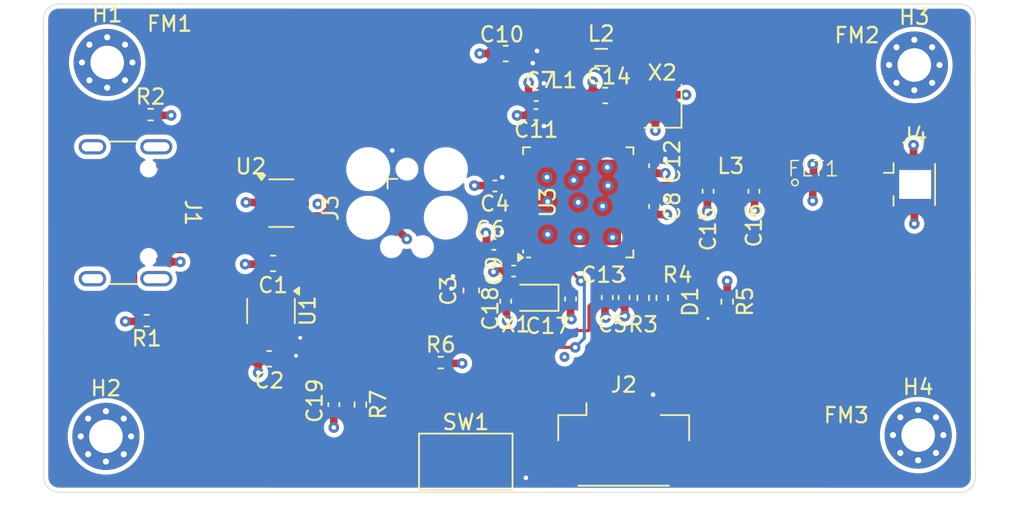
<source format=kicad_pcb>
(kicad_pcb (version 20241229) (generator "pcbnew") (generator_version "9.0")
  (layers (0 "F.Cu" signal) (4 "In1.Cu" signal) (6 "In2.Cu" signal) (2 "B.Cu" signal) (13 "F.Paste" user) (15 "B.Paste" user) (5 "F.SilkS" user "F.Silkscreen") (7 "B.SilkS" user "B.Silkscreen") (1 "F.Mask" user) (3 "B.Mask" user) (25 "Edge.Cuts" user))
  (net 0 "")
  (net 1 "GND")
  (net 2 "+5V")
  (net 3 "+3V3")
  (net 4 "/SWD_NRST")
  (net 5 "/SMPSFB")
  (net 6 "/RF")
  (net 7 "/RF_Match")
  (net 8 "/LSC_OUT")
  (net 9 "/LSC_IN")
  (net 10 "/BOOT0")
  (net 11 "Net-(D1-A)")
  (net 12 "/LED_K")
  (net 13 "/RF_ANT")
  (net 14 "Net-(J1-CC1)")
  (net 16 "Net-(J1-CC2)")
  (net 17 "Net-(J1-D--PadA7)")
  (net 19 "Net-(J1-D+-PadA6)")
  (net 20 "/UART_TXC")
  (net 21 "/UART_RXC")
  (net 22 "/SWO")
  (net 23 "/SWD_DIO")
  (net 24 "/SWD_CLK")
  (net 25 "/SMPSLX")
  (net 26 "/SMPSLXL")
  (net 27 "/UART_TX")
  (net 28 "/UART_RX")
  (net 29 "Net-(R7-Pad2)")
  (net 31 "/USB_D-")
  (net 32 "/USB_D+")
  (net 40 "/HSC_OUT")
  (net 42 "/HSC_IN")
  (footprint "Fiducial:Fiducial_1mm_Mask2mm" (layer "F.Cu") (at 88.25 61)
    (property "Reference" "FM2")
    (property "Value" "Fiducial")
  )
  (footprint "Resistor_SMD:R_0402_1005Metric" (layer "F.Cu") (at 75.5 76.26 90)
    (property "Reference" "R4")
    (property "Value" "220R")
  )
  (footprint "Capacitor_SMD:C_0402_1005Metric" (layer "F.Cu") (at 67.25 63 180)
    (property "Reference" "C7")
    (property "Value" "100n")
  )
  (footprint "Package_TO_SOT_SMD:TSOT-23-5" (layer "F.Cu") (at 49.8875 77.1125 -90)
    (property "Reference" "U1")
    (property "Value" "MIC5365-3.3YD5")
  )
  (footprint "Crystal:Crystal_SMD_2012-2Pin_2.0x1.2mm" (layer "F.Cu") (at 67.45 76.25 180)
    (property "Reference" "X1")
    (property "Value" "32kHz768")
  )
  (footprint "LED_SMD:LED_0402_1005Metric" (layer "F.Cu") (at 78.5 76.515 90)
    (property "Reference" "D1")
    (property "Value" "LED")
  )
  (footprint "Resistor_SMD:R_0402_1005Metric" (layer "F.Cu") (at 55.74 83.25 -90)
    (property "Reference" "R7")
    (property "Value" "220R")
  )
  (footprint "Package_DFN_QFN:QFN-48-1EP_7x7mm_P0.5mm_EP5.6x5.6mm" (layer "F.Cu") (at 70 70 90)
    (property "Reference" "U3")
    (property "Value" "STM32WB55CEU6")
  )
  (footprint "Capacitor_SMD:C_0402_1005Metric" (layer "F.Cu") (at 75 67.6 -90)
    (property "Reference" "C12")
    (property "Value" "100n")
  )
  (footprint "Capacitor_SMD:C_0402_1005Metric" (layer "F.Cu") (at 54 83.25 -90)
    (property "Reference" "C19")
    (property "Value" "100n")
  )
  (footprint "Resistor_SMD:R_0402_1005Metric" (layer "F.Cu") (at 42.01 64.25)
    (property "Reference" "R2")
    (property "Value" "5k1")
  )
  (footprint "Capacitor_SMD:C_0603_1608Metric" (layer "F.Cu") (at 71.775 63 180)
    (property "Reference" "C14")
    (property "Value" "4u7")
  )
  (footprint "Capacitor_SMD:C_0603_1608Metric" (layer "F.Cu") (at 49.775 80.25 180)
    (property "Reference" "C2")
    (property "Value" "4u7")
  )
  (footprint "Capacitor_SMD:C_0603_1608Metric" (layer "F.Cu") (at 50.025 74 180)
    (property "Reference" "C1")
    (property "Value" "4u7")
  )
  (footprint "MountingHole:MountingHole_2.2mm_M2_Pad_Via" (layer "F.Cu") (at 39.166726 60.833274)
    (property "Reference" "H1")
    (property "Value" "MountingHole_Pad")
  )
  (footprint "STM32_RF_LowPassFilterFootPrint:DLF162500LT-5028A1" (layer "F.Cu") (at 85.3875 68.8)
    (property "Reference" "FLT1")
    (property "Value" "DLF162500LT-5028A1")
  )
  (footprint "Fiducial:Fiducial_1mm_Mask2mm" (layer "F.Cu") (at 43.25 60.25)
    (property "Reference" "FM1")
    (property "Value" "Fiducial")
  )
  (footprint "Button_Switch_SMD:SW_SPST_CK_RS282G05A3" (layer "F.Cu") (at 62.64 87)
    (property "Reference" "SW1")
    (property "Value" "SW_Push")
  )
  (footprint "Fiducial:Fiducial_1mm_Mask2mm" (layer "F.Cu") (at 87.55 85.9)
    (property "Reference" "FM3")
    (property "Value" "Fiducial")
  )
  (footprint "Capacitor_SMD:C_0402_1005Metric" (layer "F.Cu") (at 78.5 69.27 -90)
    (property "Reference" "C15")
    (property "Value" "0p8")
  )
  (footprint "Resistor_SMD:R_0402_1005Metric" (layer "F.Cu") (at 74.25 76.26 90)
    (property "Reference" "R3")
    (property "Value" "220R")
  )
  (footprint "Capacitor_SMD:C_0402_1005Metric" (layer "F.Cu") (at 64.48 72.75 180)
    (property "Reference" "C6")
    (property "Value" "100n")
  )
  (footprint "Inductor_SMD:L_0402_1005Metric" (layer "F.Cu") (at 79.985 68.79)
    (property "Reference" "L3")
    (property "Value" "2n7")
  )
  (footprint "Inductor_SMD:L_0402_1005Metric" (layer "F.Cu") (at 68.8 63.485 90)
    (property "Reference" "L1")
    (property "Value" "10n")
  )
  (footprint "Connector_USB:USB_C_Receptacle_GCT_USB4105-xx-A_16P_TopMnt_Horizontal" (layer "F.Cu") (at 39.275 70.68 -90)
    (property "Reference" "J1")
    (property "Value" "USB_C_Receptacle_USB2.0_16P")
  )
  (footprint "Inductor_SMD:L_0805_2012Metric" (layer "F.Cu") (at 71.5 60.5)
    (property "Reference" "L2")
    (property "Value" "10u")
  )
  (footprint "Crystal:Crystal_SMD_2016-4Pin_2.0x1.6mm" (layer "F.Cu") (at 75.55 63.7 90)
    (property "Reference" "X2")
    (property "Value" "32MHz")
  )
  (footprint "Resistor_SMD:R_0402_1005Metric" (layer "F.Cu") (at 61 80.5)
    (property "Reference" "R6")
    (property "Value" "5k1")
  )
  (footprint "Capacitor_SMD:C_0402_1005Metric" (layer "F.Cu") (at 67.23 64.25 180)
    (property "Reference" "C11")
    (property "Value" "100n")
  )
  (footprint "Capacitor_SMD:C_0402_1005Metric" (layer "F.Cu") (at 65.77 74.5 180)
    (property "Reference" "C9")
    (property "Value" "100n")
  )
  (footprint "Resistor_SMD:R_0402_1005Metric" (layer "F.Cu") (at 79.75 76.5 -90)
    (property "Reference" "R5")
    (property "Value" "220R")
  )
  (footprint "Connector_Coaxial:U.FL_Hirose_U.FL-R-SMT-1_Vertical" (layer "F.Cu") (at 91.525 68.825)
    (property "Reference" "J4")
    (property "Value" "Conn_Coaxial")
  )
  (footprint "MountingHole:MountingHole_2.2mm_M2_Pad_Via" (layer "F.Cu") (at 92 61)
    (property "Reference" "H3")
    (property "Value" "MountingHole_Pad")
  )
  (footprint "Package_TO_SOT_SMD:SOT-23-6" (layer "F.Cu") (at 50.5675 70.05)
    (property "Reference" "U2")
    (property "Value" "USBLC6-2SC6")
  )
  (footprint "Resistor_SMD:R_0402_1005Metric" (layer "F.Cu") (at 41.75 77.75 180)
    (property "Reference" "R1")
    (property "Value" "5k1")
  )
  (footprint "Capacitor_SMD:C_0603_1608Metric" (layer "F.Cu") (at 65.25 60.25 180)
    (property "Reference" "C10")
    (property "Value" "4u7")
  )
  (footprint "Capacitor_SMD:C_0402_1005Metric" (layer "F.Cu") (at 65.25 76.48 -90)
    (property "Reference" "C18")
    (property "Value" "10p")
  )
  (footprint "Capacitor_SMD:C_0402_1005Metric" (layer "F.Cu") (at 75 70.27 -90)
    (property "Reference" "C8")
    (property "Value" "100n")
  )
  (footprint "Capacitor_SMD:C_0402_1005Metric" (layer "F.Cu") (at 69.5 76.33 -90)
    (property "Reference" "C17")
    (property "Value" "10p")
  )
  (footprint "Capacitor_SMD:C_0402_1005Metric" (layer "F.Cu") (at 73 76.23 -90)
    (property "Reference" "C5")
    (property "Value" "100n")
  )
  (footprint "Connector:Tag-Connect_TC2030-IDC-FP_2x03_P1.27mm_Vertical" (layer "F.Cu") (at 58.79 70.365 -90)
    (property "Reference" "J3")
    (property "Value" "Conn_ARM_SWD_TagConnect_TC2030")
  )
  (footprint "MountingHole:MountingHole_2.2mm_M2_Pad_Via" (layer "F.Cu") (at 39.083274 85.333274)
    (property "Reference" "H2")
    (property "Value" "MountingHole_Pad")
  )
  (footprint "Capacitor_SMD:C_0603_1608Metric" (layer "F.Cu") (at 63 75.775 -90)
    (property "Reference" "C3")
    (property "Value" "4u7")
  )
  (footprint "Connector_Molex:Molex_CLIK-Mate_502386-0470_1x04-1MP_P1.25mm_Horizontal" (layer "F.Cu") (at 72.975 85.85)
    (property "Reference" "J2")
    (property "Value" "Conn_01x04")
  )
  (footprint "MountingHole:MountingHole_2.2mm_M2_Pad_Via" (layer "F.Cu") (at 92.25 85.25)
    (property "Reference" "H4")
    (property "Value" "MountingHole_Pad")
  )
  (footprint "Capacitor_SMD:C_0402_1005Metric" (layer "F.Cu") (at 64.545 68.925 180)
    (property "Reference" "C4")
    (property "Value" "100n")
  )
  (footprint "Capacitor_SMD:C_0402_1005Metric" (layer "F.Cu") (at 71.9 76.23 -90)
    (property "Reference" "C13")
    (property "Value" "100n")
  )
  (footprint "Capacitor_SMD:C_0402_1005Metric" (layer "F.Cu") (at 81.5 69.27 -90)
    (property "Reference" "C16")
    (property "Value" "0p3")
  )
  (gr_line (start 41 57) (end 94.9929 57.007107) (stroke (width 0.05)) (layer "Edge.Cuts"))
  (gr_line (start 95.1 89) (end 36.007107 88.992893) (stroke (width 0.05)) (layer "Edge.Cuts"))
  (gr_arc (start 36.007107 88.992893) (mid 35.3 88.7) (end 35.007107 87.992893) (stroke (width 0.05)) (layer "Edge.Cuts"))
  (gr_arc (start 95.999974 87.989909) (mid 95.745368 88.669399) (end 95.100152 89.001404) (stroke (width 0.05)) (layer "Edge.Cuts"))
  (gr_line (start 35.007107 87.992893) (end 35 58) (stroke (width 0.05)) (layer "Edge.Cuts"))
  (gr_arc (start 94.992893 57.007107) (mid 95.7 57.3) (end 95.992893 58.007107) (stroke (width 0.05)) (layer "Edge.Cuts"))
  (gr_arc (start 35 58) (mid 35.292893 57.292893) (end 36 57) (stroke (width 0.05)) (layer "Edge.Cuts"))
  (gr_line (start 95.992893 58.0071) (end 95.999974 87.989909) (stroke (width 0.05)) (layer "Edge.Cuts"))
  (gr_line (start 36 57) (end 41 57) (stroke (width 0.05)) (layer "Edge.Cuts"))
  (segment (start 64 72.05) (end 63.95 72) (width 0.5) (layer "F.Cu") (net 1))
  (segment (start 76.35 62.95) (end 77.05 62.95) (width 0.5) (layer "F.Cu") (net 1))
  (segment (start 85.35 69.2) (end 85.35 69.9) (width 0.5) (layer "F.Cu") (net 1))
  (segment (start 66.7 64.3) (end 66 64.3) (width 0.5) (layer "F.Cu") (net 1))
  (segment (start 81.55 69.85) (end 81.55 70.55) (width 0.5) (layer "F.Cu") (net 1))
  (segment (start 61.7 80.55) (end 62.4 80.55) (width 0.5) (layer "F.Cu") (net 1))
  (segment (start 92 70.7) (end 92 71.4) (width 0.5) (layer "F.Cu") (net 1))
  (segment (start 42.65 64.3) (end 43.35 64.3) (width 0.5) (layer "F.Cu") (net 1))
  (segment (start 49.25 74) (end 49.8875 74.6375) (width 0.2) (layer "F.Cu") (net 1))
  (segment (start 78.45 69.85) (end 78.45 70.55) (width 0.5) (layer "F.Cu") (net 1))
  (segment (start 79.75 75.85) (end 79.75 75.15) (width 0.5) (layer "F.Cu") (net 1))
  (segment (start 64 72.75) (end 64 72.05) (width 0.5) (layer "F.Cu") (net 1))
  (segment (start 66.75 62.85) (end 66.75 62.15) (width 0.5) (layer "F.Cu") (net 1))
  (segment (start 64.25 60.25) (end 63.55 60.25) (width 0.5) (layer "F.Cu") (net 1))
  (segment (start 65.3 77) (end 65.3 77.7) (width 0.5) (layer "F.Cu") (net 1))
  (segment (start 58.25 71.85) (end 58.25 71.875) (width 0.5) (layer "F.Cu") (net 1))
  (segment (start 75 68.08) (end 74.83 68.25) (width 0.2) (layer "F.Cu") (net 1))
  (segment (start 75.1 70.8) (end 75.8 70.8) (width 0.5) (layer "F.Cu") (net 1))
  (segment (start 73.05 76.75) (end 73.05 77.45) (width 0.5) (layer "F.Cu") (net 1))
  (segment (start 54 84.05) (end 54 84.75) (width 0.5) (layer "F.Cu") (net 1))
  (segment (start 91.95 66.95) (end 91.95 66.25) (width 0.5) (layer "F.Cu") (net 1))
  (segment (start 49.8875 74.6375) (end 49.8875 75.975) (width 0.2) (layer "F.Cu") (net 1))
  (segment (start 58.25 71.875) (end 58.775 72.4) (width 0.5) (layer "F.Cu") (net 1))
  (segment (start 75.05 64.6) (end 75.05 65.3) (width 0.5) (layer "F.Cu") (net 1))
  (segment (start 41.05 77.8) (end 40.35 77.8) (width 0.5) (layer "F.Cu") (net 1))
  (segment (start 85.4 68.35) (end 85.4 67.65) (width 0.5) (layer "F.Cu") (net 1))
  (segment (start 48.9 74.05) (end 48.2 74.05) (width 0.5) (layer "F.Cu") (net 1))
  (segment (start 65.2 74.5) (end 64.5 74.5) (width 0.5) (layer "F.Cu") (net 1))
  (segment (start 74.83 68.25) (end 73.4375 68.25) (width 0.2) (layer "F.Cu") (net 1))
  (segment (start 48.95 70) (end 48.25 70) (width 0.5) (layer "F.Cu") (net 1))
  (segment (start 70.95 62.8) (end 70.95 62.1) (width 0.5) (layer "F.Cu") (net 1))
  (segment (start 75 68.1) (end 75.7 68.1) (width 0.5) (layer "F.Cu") (net 1))
  (segment (start 63.9 68.9) (end 63.2 68.9) (width 0.5) (layer "F.Cu") (net 1))
  (segment (start 69.5 76.9) (end 69.5 77.6) (width 0.5) (layer "F.Cu") (net 1))
  (segment (start 71.75 76.8) (end 71.75 77.5) (width 0.5) (layer "F.Cu") (net 1))
  (segment (start 49.05 80.45) (end 49.05 81.15) (width 0.5) (layer "F.Cu") (net 1))
  (segment (start 69.25 69.25) (end 70 70) (width 0.25) (layer "F.Cu") (net 1))
  (segment (start 69.25 66.5625) (end 69.25 69.25) (width 0.25) (layer "F.Cu") (net 1))
  (segment (start 43.25 73.9) (end 43.95 73.9) (width 0.5) (layer "F.Cu") (net 1))
  (via (at 70 70) (size 0.7) (drill 0.3) (layers "F.Cu" "B.Cu") (net 1))
  (via (at 85.35 69.9) (size 0.7) (drill 0.3) (layers "F.Cu" "B.Cu") (net 1))
  (via (at 48.2 74.05) (size 0.7) (drill 0.3) (layers "F.Cu" "B.Cu") (net 1))
  (via (at 68 69.95) (size 0.7) (drill 0.3) (layers "F.Cu" "B.Cu") (net 1))
  (via (at 67.95 68.35) (size 0.7) (drill 0.3) (layers "F.Cu" "B.Cu") (net 1))
  (via (at 69.099998 80.125) (size 0.65) (drill 0.25) (layers "F.Cu" "B.Cu") (net 1))
  (via (at 63.2 68.9) (size 0.7) (drill 0.3) (layers "F.Cu" "B.Cu") (net 1))
  (via (at 43.35 64.3) (size 0.7) (drill 0.3) (layers "F.Cu" "B.Cu") (net 1))
  (via (at 91.95 66.25) (size 0.7) (drill 0.3) (layers "F.Cu" "B.Cu") (net 1))
  (via (at 77.05 62.95) (size 0.7) (drill 0.3) (layers "F.Cu" "B.Cu") (net 1))
  (via (at 40.35 77.8) (size 0.7) (drill 0.3) (layers "F.Cu" "B.Cu") (net 1))
  (via (at 66.75 62.15) (size 0.7) (drill 0.3) (layers "F.Cu" "B.Cu") (net 1))
  (via (at 71.9 67.7) (size 0.7) (drill 0.3) (layers "F.Cu" "B.Cu") (net 1))
  (via (at 75.8 70.8) (size 0.7) (drill 0.3) (layers "F.Cu" "B.Cu") (net 1))
  (via (at 85.35 67.5) (size 0.7) (drill 0.3) (layers "F.Cu" "B.Cu") (net 1))
  (via (at 69.7 68.55) (size 0.7) (drill 0.3) (layers "F.Cu" "B.Cu") (net 1))
  (via (at 70 70) (size 0.7) (drill 0.3) (layers "F.Cu" "B.Cu") (net 1))
  (via (at 43.95 73.9) (size 0.7) (drill 0.3) (layers "F.Cu" "B.Cu") (net 1))
  (via (at 79.75 75.15) (size 0.7) (drill 0.3) (layers "F.Cu" "B.Cu") (net 1))
  (via (at 70.15 67.75) (size 0.7) (drill 0.3) (layers "F.Cu" "B.Cu") (net 1))
  (via (at 48.25 70) (size 0.7) (drill 0.3) (layers "F.Cu" "B.Cu") (net 1))
  (via (at 71.8 77.55) (size 0.7) (drill 0.3) (layers "F.Cu" "B.Cu") (net 1))
  (via (at 63.95 72) (size 0.7) (drill 0.3) (layers "F.Cu" "B.Cu") (net 1))
  (via (at 81.55 70.55) (size 0.7) (drill 0.3) (layers "F.Cu" "B.Cu") (net 1))
  (via (at 65.35 77.75) (size 0.7) (drill 0.3) (layers "F.Cu" "B.Cu") (net 1))
  (via (at 69.55 77.65) (size 0.7) (drill 0.3) (layers "F.Cu" "B.Cu") (net 1))
  (via (at 70.1 72.3) (size 0.7) (drill 0.3) (layers "F.Cu" "B.Cu") (net 1))
  (via (at 64.45 74.55) (size 0.7) (drill 0.3) (layers "F.Cu" "B.Cu") (net 1))
  (via (at 68 72.1) (size 0.7) (drill 0.3) (layers "F.Cu" "B.Cu") (net 1))
  (via (at 75.05 65.3) (size 0.7) (drill 0.3) (layers "F.Cu" "B.Cu") (net 1))
  (via (at 75.7 68.1) (size 0.7) (drill 0.3) (layers "F.Cu" "B.Cu") (net 1))
  (via (at 54 84.75) (size 0.7) (drill 0.3) (layers "F.Cu" "B.Cu") (net 1))
  (via (at 72.25 72.3) (size 0.7) (drill 0.3) (layers "F.Cu" "B.Cu") (net 1))
  (via (at 58.775 72.4) (size 0.7) (drill 0.3) (layers "F.Cu" "B.Cu") (net 1))
  (via (at 70.95 62.1) (size 0.7) (drill 0.3) (layers "F.Cu" "B.Cu") (net 1))
  (via (at 71.95 68.9) (size 0.7) (drill 0.3) (layers "F.Cu" "B.Cu") (net 1))
  (via (at 49.05 81.15) (size 0.7) (drill 0.3) (layers "F.Cu" "B.Cu") (net 1))
  (via (at 73.05 77.45) (size 0.7) (drill 0.3) (layers "F.Cu" "B.Cu") (net 1))
  (via (at 63.55 60.25) (size 0.7) (drill 0.3) (layers "F.Cu" "B.Cu") (net 1))
  (via (at 78.45 70.55) (size 0.7) (drill 0.3) (layers "F.Cu" "B.Cu") (net 1))
  (via (at 92 71.4) (size 0.7) (drill 0.3) (layers "F.Cu" "B.Cu") (net 1))
  (via (at 62.4 80.55) (size 0.7) (drill 0.3) (layers "F.Cu" "B.Cu") (net 1))
  (via (at 71.6 70.25) (size 0.7) (drill 0.3) (layers "F.Cu" "B.Cu") (net 1))
  (via (at 66 64.3) (size 0.7) (drill 0.3) (layers "F.Cu" "B.Cu") (net 1))
  (segment (start 49.8466 68) (end 49 68) (width 0.5) (layer "F.Cu") (net 2))
  (segment (start 50.8375 76.3375) (end 50.8375 75.975) (width 0.2) (layer "F.Cu") (net 2))
  (segment (start 51.705 70.05) (end 51.042501 70.05) (width 0.5) (layer "F.Cu") (net 2))
  (segment (start 48.72 68.28) (end 42.955 68.28) (width 0.5) (layer "F.Cu") (net 2))
  (segment (start 48.9375 76.637499) (end 49.325001 77.025) (width 0.2) (layer "F.Cu") (net 2))
  (segment (start 50.5915 68.7449) (end 49.8466 68) (width 0.5) (layer "F.Cu") (net 2))
  (segment (start 42.955 73.08) (end 44.82 73.08) (width 0.5) (layer "F.Cu") (net 2))
  (segment (start 50.8 72.9) (end 50.8 74) (width 0.5) (layer "F.Cu") (net 2))
  (segment (start 50.5915 72.5085) (end 50.4 72.7) (width 0.5) (layer "F.Cu") (net 2))
  (segment (start 50.6 72.7) (end 50.8 72.9) (width 0.5) (layer "F.Cu") (net 2))
  (segment (start 50.8 74) (end 50.8 75.9375) (width 0.5) (layer "F.Cu") (net 2))
  (segment (start 49.325001 77.025) (end 50.15 77.025) (width 0.2) (layer "F.Cu") (net 2))
  (segment (start 45.2 72.7) (end 50.4 72.7) (width 0.5) (layer "F.Cu") (net 2))
  (segment (start 51.042501 70.05) (end 50.5915 70.501001) (width 0.5) (layer "F.Cu") (net 2))
  (segment (start 44.82 73.08) (end 45.2 72.7) (width 0.5) (layer "F.Cu") (net 2))
  (segment (start 49 68) (end 48.72 68.28) (width 0.5) (layer "F.Cu") (net 2))
  (segment (start 48.9375 75.975) (end 48.9375 76.637499) (width 0.2) (layer "F.Cu") (net 2))
  (segment (start 50.5915 70.501001) (end 50.5915 72.5085) (width 0.5) (layer "F.Cu") (net 2))
  (segment (start 50.5915 70.501001) (end 50.5915 68.7449) (width 0.5) (layer "F.Cu") (net 2))
  (segment (start 50.4 72.7) (end 50.6 72.7) (width 0.5) (layer "F.Cu") (net 2))
  (segment (start 50.15 77.025) (end 50.8375 76.3375) (width 0.2) (layer "F.Cu") (net 2))
  (segment (start 50.8 75.9375) (end 50.8375 75.975) (width 0.5) (layer "F.Cu") (net 2))
  (via (at 52.95 70.1) (size 0.7) (drill 0.3) (layers "F.Cu" "B.Cu") (net 2))
  (segment (start 67.25 74.4) (end 67.25 73.4375) (width 0.2) (layer "F.Cu") (net 3))
  (segment (start 68.25 66.5625) (end 68.199 66.5115) (width 0.2) (layer "F.Cu") (net 3))
  (segment (start 75.05 69.8) (end 75.75 69.8) (width 0.5) (layer "F.Cu") (net 3))
  (segment (start 72.275 75) (end 72.95 75) (width 0.2) (layer "F.Cu") (net 3))
  (segment (start 65.7 72.775) (end 65.7 72.9) (width 0.2) (layer "F.Cu") (net 3))
  (segment (start 73.4375 69.25) (end 74.46 69.25) (width 0.2) (layer "F.Cu") (net 3))
  (segment (start 65.8 72.75) (end 65.825 72.775) (width 0.5) (layer "F.Cu") (net 3))
  (segment (start 75 67.15) (end 75.7 67.15) (width 0.5) (layer "F.Cu") (net 3))
  (segment (start 68.199 66.5115) (end 68.199 65.449) (width 0.2) (layer "F.Cu") (net 3))
  (segment (start 68.199 65.449) (end 67.75 65) (width 0.2) (layer "F.Cu") (net 3))
  (segment (start 70.75 73.4375) (end 70.75 73.890798) (width 0.2) (layer "F.Cu") (net 3))
  (segment (start 74.46 69.25) (end 75 69.79) (width 0.2) (layer "F.Cu") (net 3))
  (segment (start 67.75 66.5625) (end 67.75 65) (width 0.2) (layer "F.Cu") (net 3))
  (segment (start 73.4375 67.75) (end 74.37 67.75) (width 0.2) (layer "F.Cu") (net 3))
  (segment (start 57.825 66.6) (end 57.825 68.765) (width 0.2) (layer "F.Cu") (net 3))
  (segment (start 66.25 73.7) (end 66.25 74.5) (width 0.2) (layer "F.Cu") (net 3))
  (segment (start 66.25 74.5) (end 67.15 74.5) (width 0.2) (layer "F.Cu") (net 3))
  (segment (start 66.375 73.575) (end 66.25 73.7) (width 0.2) (layer "F.Cu") (net 3))
  (segment (start 67.75 62.9) (end 67.75 62.2) (width 0.5) (layer "F.Cu") (net 3))
  (segment (start 57.825 68.765) (end 58.155 69.095) (width 0.2) (layer "F.Cu") (net 3))
  (segment (start 65.025 68.925) (end 65.2 68.75) (width 0.2) (layer "F.Cu") (net 3))
  (segment (start 71.134202 74.275) (end 71.55 74.275) (width 0.2) (layer "F.Cu") (net 3))
  (segment (start 66.575 87.35) (end 66.575 88.05) (width 0.5) (layer "F.Cu") (net 3))
  (segment (start 65.2 68.75) (end 66.5625 68.75) (width 0.2) (layer "F.Cu") (net 3))
  (segment (start 67.15 74.5) (end 67.25 74.4) (width 0.2) (layer "F.Cu") (net 3))
  (segment (start 74.9 83.3) (end 74.9 82.6) (width 0.5) (layer "F.Cu") (net 3))
  (segment (start 67.75 64.3) (end 67.75 65) (width 0.5) (layer "F.Cu") (net 3))
  (segment (start 75 67.25) (end 75.099 67.25) (width 0.5) (layer "F.Cu") (net 3))
  (segment (start 65.825 72.775) (end 65.7 72.775) (width 0.2) (layer "F.Cu") (net 3))
  (segment (start 74.37 67.75) (end 75 67.12) (width 0.2) (layer "F.Cu") (net 3))
  (segment (start 71.55 74.275) (end 72.275 75) (width 0.2) (layer "F.Cu") (net 3))
  (segment (start 65.825 72.775) (end 65.825 73.025) (width 0.2) (layer "F.Cu") (net 3))
  (segment (start 65.025 69.05) (end 65.025 68.35) (width 0.5) (layer "F.Cu") (net 3))
  (segment (start 70.75 73.890798) (end 71.134202 74.275) (width 0.2) (layer "F.Cu") (net 3))
  (segment (start 65 72.65) (end 65 71.95) (width 0.5) (layer "F.Cu") (net 3))
  (segment (start 72.95 75.7) (end 72.95 75) (width 0.5) (layer "F.Cu") (net 3))
  (segment (start 65.825 73.025) (end 66.375 73.575) (width 0.2) (layer "F.Cu") (net 3))
  (segment (start 66.4625 72.775) (end 65.825 72.775) (width 0.2) (layer "F.Cu") (net 3))
  (segment (start 64.96 72.75) (end 65.8 72.75) (width 0.5) (layer "F.Cu") (net 3))
  (via (at 75.75 69.8) (size 0.7) (drill 0.3) (layers "F.Cu" "B.Cu") (net 3))
  (via (at 61.8 74.85) (size 0.7) (drill 0.3) (layers "F.Cu" "B.Cu") (net 3))
  (via (at 67.3 60.075) (size 0.7) (drill 0.3) (layers "F.Cu" "B.Cu") (net 3))
  (via (at 67.75 62.2) (size 0.7) (drill 0.3) (layers "F.Cu" "B.Cu") (net 3))
  (via (at 67.025 60.875) (size 0.7) (drill 0.3) (layers "F.Cu" "B.Cu") (net 3))
  (via (at 66.575 88.05) (size 0.7) (drill 0.3) (layers "F.Cu" "B.Cu") (net 3))
  (via (at 67.75 65) (size 0.7) (drill 0.3) (layers "F.Cu" "B.Cu") (net 3))
  (via (at 75.7 67.15) (size 0.7) (drill 0.3) (layers "F.Cu" "B.Cu") (net 3))
  (via (at 65.025 68.35) (size 0.7) (drill 0.3) (layers "F.Cu" "B.Cu") (net 3))
  (via (at 51.8 78.875) (size 0.65) (drill 0.25) (layers "F.Cu" "B.Cu") (net 3))
  (via (at 74.9 82.6) (size 0.7) (drill 0.3) (layers "F.Cu" "B.Cu") (net 3))
  (via (at 65 71.95) (size 0.7) (drill 0.3) (layers "F.Cu" "B.Cu") (net 3))
  (via (at 61.7 75.65) (size 0.7) (drill 0.3) (layers "F.Cu" "B.Cu") (net 3))
  (via (at 51.525 80.05) (size 0.65) (drill 0.25) (layers "F.Cu" "B.Cu") (net 3))
  (via (at 57.825 66.6) (size 0.7) (drill 0.3) (layers "F.Cu" "B.Cu") (net 3))
  (via (at 72.95 75) (size 0.7) (drill 0.3) (layers "F.Cu" "B.Cu") (net 3))
  (segment (start 62.525 74.85) (end 62.7 75.025) (width 0.5) (layer "B.Cu") (net 3))
  (segment (start 61.8 74.85) (end 62.525 74.85) (width 0.5) (layer "B.Cu") (net 3))
  (segment (start 54.1 74.1) (end 54.1 70.6) (width 0.2) (layer "F.Cu") (net 4))
  (segment (start 70.7 78.4) (end 70.4 78.4) (width 0.2) (layer "F.Cu") (net 4))
  (segment (start 57.25155 69.46155) (end 58.155 70.365) (width 0.2) (layer "F.Cu") (net 4))
  (segment (start 54.1 70.6) (end 55.23845 69.46155) (width 0.2) (layer "F.Cu") (net 4))
  (segment (start 70.399 78.401) (end 58.401 78.401) (width 0.2) (layer "F.Cu") (net 4))
  (segment (start 70.4 78.4) (end 70.399 78.401) (width 0.2) (layer "F.Cu") (net 4))
  (segment (start 70.25 73.4375) (end 70.25 74.15) (width 0.2) (layer "F.Cu") (net 4))
  (segment (start 71.75 75.65) (end 71.75 75.75) (width 0.2) (layer "F.Cu") (net 4))
  (segment (start 55.23845 69.46155) (end 57.25155 69.46155) (width 0.2) (layer "F.Cu") (net 4))
  (segment (start 70.25 74.15) (end 71.75 75.65) (width 0.2) (layer "F.Cu") (net 4))
  (segment (start 71.75 75.75) (end 70.7 76.8) (width 0.2) (layer "F.Cu") (net 4))
  (segment (start 58.401 78.401) (end 54.1 74.1) (width 0.2) (layer "F.Cu") (net 4))
  (segment (start 70.7 76.8) (end 70.7 78.4) (width 0.2) (layer "F.Cu") (net 4))
  (segment (start 72.5625 62.9875) (end 72.55 63) (width 0.25) (layer "F.Cu") (net 5))
  (segment (start 72.5 64.25) (end 72.5 63.05) (width 0.25) (layer "F.Cu") (net 5))
  (segment (start 72.5 63.05) (end 72.55 63) (width 0.25) (layer "F.Cu") (net 5))
  (segment (start 69.75 64.75) (end 70.25 64.25) (width 0.25) (layer "F.Cu") (net 5))
  (segment (start 72.5625 60.5) (end 72.5625 62.9875) (width 0.25) (layer "F.Cu") (net 5))
  (segment (start 70.25 64.25) (end 72.5 64.25) (width 0.25) (layer "F.Cu") (net 5))
  (segment (start 69.75 66.5625) (end 69.75 64.75) (width 0.25) (layer "F.Cu") (net 5))
  (segment (start 78.46 68.75) (end 78.5 68.79) (width 0.19) (layer "F.Cu") (net 6))
  (segment (start 73.4375 68.75) (end 78.46 68.75) (width 0.19) (layer "F.Cu") (net 6))
  (segment (start 78.5 68.79) (end 79.5 68.79) (width 0.19) (layer "F.Cu") (net 6))
  (segment (start 80.47 68.79) (end 81.5 68.79) (width 0.19) (layer "F.Cu") (net 7))
  (segment (start 81.5 68.79) (end 83.9845 68.79) (width 0.19) (layer "F.Cu") (net 7))
  (segment (start 83.9845 68.79) (end 83.9945 68.8) (width 0.19) (layer "F.Cu") (net 7))
  (segment (start 83.9945 68.8) (end 84.7745 68.8) (width 0.19) (layer "F.Cu") (net 7))
  (segment (start 68.75 76.2) (end 68.75 75.85) (width 0.2) (layer "F.Cu") (net 8))
  (segment (start 68.25 73.4375) (end 68.25 74.6) (width 0.2) (layer "F.Cu") (net 8))
  (segment (start 68.75 75.85) (end 69.5 75.85) (width 0.2) (layer "F.Cu") (net 8))
  (segment (start 68.7 76.25) (end 68.75 76.2) (width 0.2) (layer "F.Cu") (net 8))
  (segment (start 68.25 74.6) (end 69.5 75.85) (width 0.2) (layer "F.Cu") (net 8))
  (segment (start 68.15 76.25) (end 68.7 76.25) (width 0.2) (layer "F.Cu") (net 8))
  (segment (start 67.75 73.4375) (end 67.75 74.8) (width 0.2) (layer "F.Cu") (net 9))
  (segment (start 65.25 76) (end 66.5 76) (width 0.2) (layer "F.Cu") (net 9))
  (segment (start 67.6 74.95) (end 66.95 74.95) (width 0.2) (layer "F.Cu") (net 9))
  (segment (start 66.5 76) (end 66.75 76.25) (width 0.2) (layer "F.Cu") (net 9))
  (segment (start 66.75 75.15) (end 66.75 76.25) (width 0.2) (layer "F.Cu") (net 9))
  (segment (start 67.75 74.8) (end 67.6 74.95) (width 0.2) (layer "F.Cu") (net 9))
  (segment (start 66.95 74.95) (end 66.75 75.15) (width 0.2) (layer "F.Cu") (net 9))
  (segment (start 54.03 82.74) (end 54 82.77) (width 0.2) (layer "F.Cu") (net 10))
  (segment (start 69.208202 74.349) (end 69.374 74.349) (width 0.2) (layer "F.Cu") (net 10))
  (segment (start 68.75 73.4375) (end 68.75 73.890798) (width 0.2) (layer "F.Cu") (net 10))
  (segment (start 69.374 74.349) (end 70.175 75.15) (width 0.2) (layer "F.Cu") (net 10))
  (segment (start 69.8 79.5) (end 61.49 79.5) (width 0.2) (layer "F.Cu") (net 10))
  (segment (start 60.4 80.5) (end 58.16 82.74) (width 0.2) (layer "F.Cu") (net 10))
  (segment (start 58.16 82.74) (end 55.74 82.74) (width 0.2) (layer "F.Cu") (net 10))
  (segment (start 60.49 80.5) (end 60.4 80.5) (width 0.2) (layer "F.Cu") (net 10))
  (segment (start 55.74 82.74) (end 54.03 82.74) (width 0.2) (layer "F.Cu") (net 10))
  (segment (start 68.75 73.890798) (end 69.208202 74.349) (width 0.2) (layer "F.Cu") (net 10))
  (segment (start 61.49 79.5) (end 60.49 80.5) (width 0.2) (layer "F.Cu") (net 10))
  (via (at 70.175 75.15) (size 0.7) (drill 0.3) (layers "F.Cu" "B.Cu") (net 10))
  (via (at 69.8 79.5) (size 0.7) (drill 0.3) (layers "F.Cu" "B.Cu") (net 10))
  (segment (start 70.4 75) (end 70.4 78.9) (width 0.2) (layer "B.Cu") (net 10))
  (segment (start 70.4 78.9) (end 69.8 79.5) (width 0.2) (layer "B.Cu") (net 10))
  (segment (start 74.6 71.8) (end 74.6 73.1) (width 0.2) (layer "F.Cu") (net 11))
  (segment (start 78.3 74.6) (end 78.5 74.8) (width 0.2) (layer "F.Cu") (net 11))
  (segment (start 74.6 73.1) (end 76.1 74.6) (width 0.2) (layer "F.Cu") (net 11))
  (segment (start 73.4375 71.25) (end 74.05 71.25) (width 0.2) (layer "F.Cu") (net 11))
  (segment (start 74.05 71.25) (end 74.6 71.8) (width 0.2) (layer "F.Cu") (net 11))
  (segment (start 78.5 74.8) (end 78.5 76.03) (width 0.2) (layer "F.Cu") (net 11))
  (segment (start 76.1 74.6) (end 78.3 74.6) (width 0.2) (layer "F.Cu") (net 11))
  (segment (start 78.5 77) (end 79.74 77) (width 0.2) (layer "F.Cu") (net 12))
  (segment (start 79.74 77) (end 79.75 77.01) (width 0.2) (layer "F.Cu") (net 12))
  (segment (start 90.45 68.8) (end 90.475 68.825) (width 0.19) (layer "F.Cu") (net 13))
  (segment (start 86 68.8) (end 90.45 68.8) (width 0.19) (layer "F.Cu") (net 13))
  (segment (start 41.5 64.25) (end 40.8 64.95) (width 0.2) (layer "F.Cu") (net 14))
  (segment (start 42.346176 69.43) (end 42.955 69.43) (width 0.2) (layer "F.Cu") (net 14))
  (segment (start 40.8 64.95) (end 40.8 67.883824) (width 0.2) (layer "F.Cu") (net 14))
  (segment (start 40.8 67.883824) (end 42.346176 69.43) (width 0.2) (layer "F.Cu") (net 14))
  (segment (start 42.063992 72.43) (end 41.029 73.464992) (width 0.2) (layer "F.Cu") (net 16))
  (segment (start 41.029 73.464992) (end 41.029 76.519) (width 0.2) (layer "F.Cu") (net 16))
  (segment (start 41.029 76.519) (end 42.26 77.75) (width 0.2) (layer "F.Cu") (net 16))
  (segment (start 42.955 72.43) (end 42.063992 72.43) (width 0.2) (layer "F.Cu") (net 16))
  (segment (start 43.831 70.669) (end 43.57 70.93) (width 0.2) (layer "F.Cu") (net 17))
  (segment (start 43.57 70.93) (end 42.955 70.93) (width 0.2) (layer "F.Cu") (net 17))
  (segment (start 49.43 69.1) (end 45.1 69.1) (width 0.2) (layer "F.Cu") (net 17))
  (segment (start 42.955 69.93) (end 43.563824 69.93) (width 0.2) (layer "F.Cu") (net 17))
  (segment (start 45.1 69.1) (end 44.27 69.93) (width 0.2) (layer "F.Cu") (net 17))
  (segment (start 44.27 69.93) (end 42.955 69.93) (width 0.2) (layer "F.Cu") (net 17))
  (segment (start 43.563824 69.93) (end 43.831 70.197176) (width 0.2) (layer "F.Cu") (net 17))
  (segment (start 43.831 70.197176) (end 43.831 70.669) (width 0.2) (layer "F.Cu") (net 17))
  (segment (start 42.27 70.43) (end 41.8 70.9) (width 0.2) (layer "F.Cu") (net 19))
  (segment (start 49.43 71) (end 45 71) (width 0.2) (layer "F.Cu") (net 19))
  (segment (start 42.955 70.43) (end 42.27 70.43) (width 0.2) (layer "F.Cu") (net 19))
  (segment (start 41.8 70.9) (end 41.8 71.3) (width 0.2) (layer "F.Cu") (net 19))
  (segment (start 44.57 71.43) (end 42.955 71.43) (width 0.2) (layer "F.Cu") (net 19))
  (segment (start 45 71) (end 44.57 71.43) (width 0.2) (layer "F.Cu") (net 19))
  (segment (start 41.93 71.43) (end 42.955 71.43) (width 0.2) (layer "F.Cu") (net 19))
  (segment (start 41.8 71.3) (end 41.93 71.43) (width 0.2) (layer "F.Cu") (net 19))
  (segment (start 72.009032 85.151) (end 72.690968 85.151) (width 0.2) (layer "F.Cu") (net 20))
  (segment (start 74.25 76.77) (end 74.25 77.4529) (width 0.2) (layer "F.Cu") (net 20))
  (segment (start 71.749 84.890968) (end 72.009032 85.151) (width 0.2) (layer "F.Cu") (net 20))
  (segment (start 73.6 84.241968) (end 73.6 84) (width 0.2) (layer "F.Cu") (net 20))
  (segment (start 74.25 77.4529) (end 71.749 79.9539) (width 0.2) (layer "F.Cu") (net 20))
  (segment (start 72.690968 85.151) (end 73.6 84.241968) (width 0.2) (layer "F.Cu") (net 20))
  (segment (start 71.749 79.9539) (end 71.749 84.890968) (width 0.2) (layer "F.Cu") (net 20))
  (segment (start 72.35 80.75) (end 75.5 77.6) (width 0.2) (layer "F.Cu") (net 21))
  (segment (start 75.5 77.6) (end 75.5 76.77) (width 0.2) (layer "F.Cu") (net 21))
  (segment (start 72.35 84) (end 72.35 80.75) (width 0.2) (layer "F.Cu") (net 21))
  (segment (start 63.25 71.5) (end 61.75 73) (width 0.2) (layer "F.Cu") (net 22))
  (segment (start 61 73) (end 61 72.53845) (width 0.2) (layer "F.Cu") (net 22))
  (segment (start 59.789303 71.635) (end 59.425 71.635) (width 0.2) (layer "F.Cu") (net 22))
  (segment (start 61.75 73) (end 61 73) (width 0.2) (layer "F.Cu") (net 22))
  (segment (start 63.5 70.25) (end 63.25 70.5) (width 0.2) (layer "F.Cu") (net 22))
  (segment (start 61 72.53845) (end 60.692753 72.53845) (width 0.2) (layer "F.Cu") (net 22))
  (segment (start 60.692753 72.53845) (end 59.789303 71.635) (width 0.2) (layer "F.Cu") (net 22))
  (segment (start 63.25 70.5) (end 63.25 71.5) (width 0.2) (layer "F.Cu") (net 22))
  (segment (start 66.5625 70.25) (end 63.5 70.25) (width 0.2) (layer "F.Cu") (net 22))
  (segment (start 62.86845 66.61845) (end 63.98155 66.61845) (width 0.2) (layer "F.Cu") (net 23))
  (segment (start 66.4885 68.176) (end 66.5625 68.25) (width 0.2) (layer "F.Cu") (net 23))
  (segment (start 65.676 68.176) (end 66.4885 68.176) (width 0.2) (layer "F.Cu") (net 23))
  (segment (start 60.46345 66.28655) (end 62.53655 66.28655) (width 0.2) (layer "F.Cu") (net 23))
  (segment (start 59.6363 68.8837) (end 59.6363 67.1137) (width 0.2) (layer "F.Cu") (net 23))
  (segment (start 59.6363 67.1137) (end 60.46345 66.28655) (width 0.2) (layer "F.Cu") (net 23))
  (segment (start 63.98155 66.61845) (end 64.05 66.55) (width 0.2) (layer "F.Cu") (net 23))
  (segment (start 64.05 66.55) (end 65.676 68.176) (width 0.2) (layer "F.Cu") (net 23))
  (segment (start 62.53655 66.28655) (end 62.86845 66.61845) (width 0.2) (layer "F.Cu") (net 23))
  (segment (start 59.425 69.095) (end 59.6363 68.8837) (width 0.2) (layer "F.Cu") (net 23))
  (segment (start 60.38655 69.36345) (end 60.25 69.5) (width 0.2) (layer "F.Cu") (net 24))
  (segment (start 60.25 69.54) (end 59.425 70.365) (width 0.2) (layer "F.Cu") (net 24))
  (segment (start 65.25 69.75) (end 62.75 69.75) (width 0.2) (layer "F.Cu") (net 24))
  (segment (start 62.75 69.75) (end 62.36345 69.36345) (width 0.2) (layer "F.Cu") (net 24))
  (segment (start 60.25 69.5) (end 60.25 69.54) (width 0.2) (layer "F.Cu") (net 24))
  (segment (start 62.36345 69.36345) (end 60.38655 69.36345) (width 0.2) (layer "F.Cu") (net 24))
  (segment (start 66.5625 69.25) (end 65.75 69.25) (width 0.2) (layer "F.Cu") (net 24))
  (segment (start 65.75 69.25) (end 65.25 69.75) (width 0.2) (layer "F.Cu") (net 24))
  (segment (start 68.75 66.5625) (end 68.75 65.65) (width 0.25) (layer "F.Cu") (net 25))
  (segment (start 68.75 65.65) (end 68.8 65.6) (width 0.5) (layer "F.Cu") (net 25))
  (segment (start 68.8 65.6) (end 68.8 63.97) (width 0.5) (layer "F.Cu") (net 25))
  (segment (start 69.15 60.5) (end 70.4375 60.5) (width 0.5) (layer "F.Cu") (net 26))
  (segment (start 68.8 60.85) (end 69.15 60.5) (width 0.5) (layer "F.Cu") (net 26))
  (segment (start 68.8 63) (end 68.8 60.85) (width 0.5) (layer "F.Cu") (net 26))
  (segment (start 74.2 75.1) (end 74.25 75.15) (width 0.2) (layer "F.Cu") (net 27))
  (segment (start 72.349 74.349) (end 73.249 74.349) (width 0.2) (layer "F.Cu") (net 27))
  (segment (start 74 75.1) (end 74.2 75.1) (width 0.2) (layer "F.Cu") (net 27))
  (segment (start 72.25 74.25) (end 72.349 74.349) (width 0.2) (layer "F.Cu") (net 27))
  (segment (start 74.25 75.15) (end 74.25 75.75) (width 0.2) (layer "F.Cu") (net 27))
  (segment (start 72.25 73.4375) (end 72.25 74.25) (width 0.2) (layer "F.Cu") (net 27))
  (segment (start 73.249 74.349) (end 74 75.1) (width 0.2) (layer "F.Cu") (net 27))
  (segment (start 72.75 73.4375) (end 73.2605 73.948) (width 0.2) (layer "F.Cu") (net 28))
  (segment (start 75.5 74.8) (end 75.5 75.75) (width 0.2) (layer "F.Cu") (net 28))
  (segment (start 74.648 73.948) (end 75.5 74.8) (width 0.2) (layer "F.Cu") (net 28))
  (segment (start 73.2605 73.948) (end 74.648 73.948) (width 0.2) (layer "F.Cu") (net 28))
  (segment (start 55.74 83.76) (end 55.74 86.96) (width 0.2) (layer "F.Cu") (net 29))
  (segment (start 55.7 87) (end 58.74 87) (width 0.2) (layer "F.Cu") (net 29))
  (segment (start 55.74 86.96) (end 55.7 87) (width 0.2) (layer "F.Cu") (net 29))
  (segment (start 63.648092 65.630506) (end 64.286755 65.630506) (width 0.22) (layer "F.Cu") (net 31))
  (segment (start 53.93837 65.2) (end 63.217586 65.2) (width 0.22) (layer "F.Cu") (net 31))
  (segment (start 63.217586 65.2) (end 63.648092 65.630506) (width 0.22) (layer "F.Cu") (net 31))
  (segment (start 51.705 67.43337) (end 53.93837 65.2) (width 0.22) (layer "F.Cu") (net 31))
  (segment (start 64.286755 65.630506) (end 65.906249 67.25) (width 0.22) (layer "F.Cu") (net 31))
  (segment (start 65.906249 67.25) (end 66.5625 67.25) (width 0.22) (layer "F.Cu") (net 31))
  (segment (start 51.705 69.1) (end 51.705 67.43337) (width 0.22) (layer "F.Cu") (net 31))
  (segment (start 63.093619 65.600707) (end 63.517912 66.025) (width 0.22) (layer "F.Cu") (net 32))
  (segment (start 63.517912 66.025) (end 64.125 66.025) (width 0.22) (layer "F.Cu") (net 32))
  (segment (start 65.85 67.75) (end 66.5625 67.75) (width 0.22) (layer "F.Cu") (net 32))
  (segment (start 53.223796 70.761) (end 52.51261 70.761) (width 0.22) (layer "F.Cu") (net 32))
  (segment (start 53.611 69.758102) (end 53.611 70.373796) (width 0.22) (layer "F.Cu") (net 32))
  (segment (start 64.125 66.025) (end 65.85 67.75) (width 0.22) (layer "F.Cu") (net 32))
  (segment (start 52.044 70.661) (end 51.705 71) (width 0.22) (layer "F.Cu") (net 32))
  (segment (start 52.51261 70.761) (end 52.41261 70.661) (width 0.22) (layer "F.Cu") (net 32))
  (segment (start 63.278092 65.783766) (end 63.094326 65.6) (width 0.22) (layer "F.Cu") (net 32))
  (segment (start 63.094326 65.6) (end 54.06163 65.6) (width 0.22) (layer "F.Cu") (net 32))
  (segment (start 54.06163 65.6) (end 52.075 67.58663) (width 0.22) (layer "F.Cu") (net 32))
  (segment (start 53.611 70.373796) (end 53.223796 70.761) (width 0.22) (layer "F.Cu") (net 32))
  (segment (start 52.075 67.58663) (end 52.075 68.222102) (width 0.22) (layer "F.Cu") (net 32))
  (segment (start 52.075 68.222102) (end 53.611 69.758102) (width 0.22) (layer "F.Cu") (net 32))
  (segment (start 52.41261 70.661) (end 52.044 70.661) (width 0.22) (layer "F.Cu") (net 32))
  (segment (start 74.3 66.6) (end 74.65 66.25) (width 0.2) (layer "F.Cu") (net 40))
  (segment (start 73.4375 67.25) (end 74.3 67.25) (width 0.2) (layer "F.Cu") (net 40))
  (segment (start 74.3 67.25) (end 74.3 66.6) (width 0.2) (layer "F.Cu") (net 40))
  (segment (start 74.65 66.25) (end 75.85 66.25) (width 0.2) (layer "F.Cu") (net 40))
  (segment (start 75.85 66.25) (end 76.1 66) (width 0.2) (layer "F.Cu") (net 40))
  (segment (start 76.1 66) (end 76.1 64.4) (width 0.2) (layer "F.Cu") (net 40))
  (segment (start 73.9 63) (end 73.6 63.3) (width 0.2) (layer "F.Cu") (net 42))
  (segment (start 73.6 63.3) (end 73.6 64.1) (width 0.2) (layer "F.Cu") (net 42))
  (segment (start 72.75 64.95) (end 72.75 66.5625) (width 0.2) (layer "F.Cu") (net 42))
  (segment (start 75 63) (end 73.9 63) (width 0.2) (layer "F.Cu") (net 42))
  (segment (start 73.6 64.1) (end 72.75 64.95) (width 0.2) (layer "F.Cu") (net 42))
  (zone (net 3) (net_name "+3V3") (layer "F.Cu") (priority 2) (connect_pads yes (clearance 0.3)) (min_thickness 0.15) (fill yes (thermal_gap 0.4) (thermal_bridge_width 0.25))
    (polygon (pts (xy 61.45 74.225) (xy 63.35 74.225) (xy 63.825 75.225) (xy 63 75.775) (xy 61.85 75.775) (xy 62.1 75.775) (xy 61.1 76.125) (xy 61.15 75.05) (xy 61.425 74.275)))
  )
  (zone (net 3) (net_name "+3V3") (layer "F.Cu") (priority 1) (connect_pads yes (clearance 0.3)) (min_thickness 0.15) (fill yes (thermal_gap 0.4) (thermal_bridge_width 0.25))
    (polygon (pts (xy 51.8 77.45) (xy 52.525 78.65) (xy 52.3 80.6) (xy 50.575 80.925) (xy 49.825 80.6) (xy 49.775 79.2) (xy 49.775 77.425) (xy 51.025 77.45) (xy 51.775 77.45)))
  )
  (zone (net 3) (net_name "+3V3") (layer "F.Cu") (priority 3) (connect_pads yes (clearance 0.3)) (min_thickness 0.15) (fill yes (thermal_gap 0.4) (thermal_bridge_width 0.25))
    (polygon (pts (xy 65.875 59.325) (xy 67.225 59.3) (xy 67.975 60.35) (xy 68.125 61.725) (xy 68.225 62.7) (xy 67.95 62.85) (xy 67.3 62.65) (xy 67.225 61.6) (xy 66.225 61) (xy 65.55 60.175) (xy 65.875 59.35) (xy 66.325 59.325)))
  )
  (zone (net 3) (net_name "+3V3") (layers "B.Cu" "In1.Cu") (connect_pads (clearance 0.3)) (min_thickness 0.15) (fill yes (thermal_gap 0.4) (thermal_bridge_width 0.25))
    (polygon (pts (xy 35 57) (xy 96 57) (xy 96 58.5) (xy 96.25 89) (xy 35 89.25) (xy 35 57.25)))
  )
)
</source>
